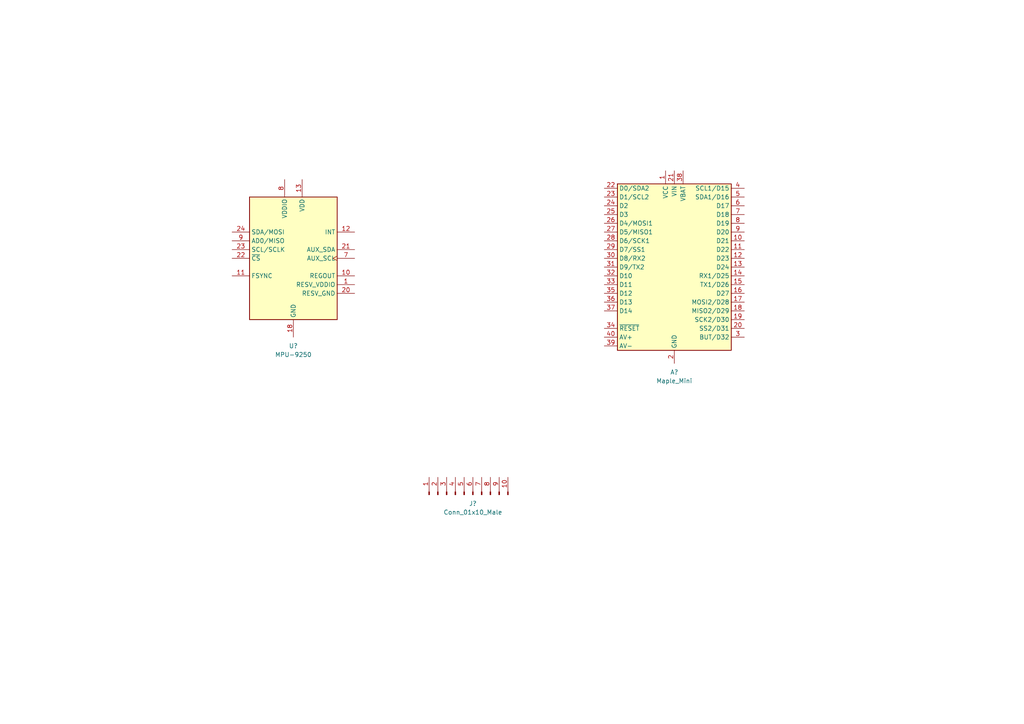
<source format=kicad_sch>
(kicad_sch (version 20201015) (generator eeschema)
  (page 1 1)
  (paper "A4")
  (lib_symbols
    (symbol "Connector:Conn_01x10_Male" (pin_names (offset 1.016) hide)
      (property "Reference" "J" (at 0 12.7 0))
      (property "Value" "Conn_01x10_Male" (at 0 -15.24 0))
      (symbol "Conn_01x10_Male_1_1"
        (rectangle (start 0.8636 -12.573) (end 0 -12.827) (stroke (width 0.1524)) (fill (type outline)))
        (rectangle (start 0.8636 -10.033) (end 0 -10.287) (stroke (width 0.1524)) (fill (type outline)))
        (rectangle (start 0.8636 -7.493) (end 0 -7.747) (stroke (width 0.1524)) (fill (type outline)))
        (rectangle (start 0.8636 -4.953) (end 0 -5.207) (stroke (width 0.1524)) (fill (type outline)))
        (rectangle (start 0.8636 -2.413) (end 0 -2.667) (stroke (width 0.1524)) (fill (type outline)))
        (rectangle (start 0.8636 0.127) (end 0 -0.127) (stroke (width 0.1524)) (fill (type outline)))
        (rectangle (start 0.8636 2.667) (end 0 2.413) (stroke (width 0.1524)) (fill (type outline)))
        (rectangle (start 0.8636 5.207) (end 0 4.953) (stroke (width 0.1524)) (fill (type outline)))
        (rectangle (start 0.8636 7.747) (end 0 7.493) (stroke (width 0.1524)) (fill (type outline)))
        (rectangle (start 0.8636 10.287) (end 0 10.033) (stroke (width 0.1524)) (fill (type outline)))
        (polyline (pts (xy 1.27 -12.7) (xy 0.8636 -12.7)) (stroke (width 0.1524)))
        (polyline (pts (xy 1.27 -10.16) (xy 0.8636 -10.16)) (stroke (width 0.1524)))
        (polyline (pts (xy 1.27 -7.62) (xy 0.8636 -7.62)) (stroke (width 0.1524)))
        (polyline (pts (xy 1.27 -5.08) (xy 0.8636 -5.08)) (stroke (width 0.1524)))
        (polyline (pts (xy 1.27 -2.54) (xy 0.8636 -2.54)) (stroke (width 0.1524)))
        (polyline (pts (xy 1.27 0) (xy 0.8636 0)) (stroke (width 0.1524)))
        (polyline (pts (xy 1.27 2.54) (xy 0.8636 2.54)) (stroke (width 0.1524)))
        (polyline (pts (xy 1.27 5.08) (xy 0.8636 5.08)) (stroke (width 0.1524)))
        (polyline (pts (xy 1.27 7.62) (xy 0.8636 7.62)) (stroke (width 0.1524)))
        (polyline (pts (xy 1.27 10.16) (xy 0.8636 10.16)) (stroke (width 0.1524)))
        (pin passive line (at 5.08 10.16 180) (length 3.81) (name "Pin_1") (number "1"))
        (pin passive line (at 5.08 -12.7 180) (length 3.81) (name "Pin_10") (number "10"))
        (pin passive line (at 5.08 7.62 180) (length 3.81) (name "Pin_2") (number "2"))
        (pin passive line (at 5.08 5.08 180) (length 3.81) (name "Pin_3") (number "3"))
        (pin passive line (at 5.08 2.54 180) (length 3.81) (name "Pin_4") (number "4"))
        (pin passive line (at 5.08 0 180) (length 3.81) (name "Pin_5") (number "5"))
        (pin passive line (at 5.08 -2.54 180) (length 3.81) (name "Pin_6") (number "6"))
        (pin passive line (at 5.08 -5.08 180) (length 3.81) (name "Pin_7") (number "7"))
        (pin passive line (at 5.08 -7.62 180) (length 3.81) (name "Pin_8") (number "8"))
        (pin passive line (at 5.08 -10.16 180) (length 3.81) (name "Pin_9") (number "9"))
      )
    )
    (symbol "MCU_Module:Maple_Mini"
      (property "Reference" "A" (at -16.51 25.4 0))
      (property "Value" "Maple_Mini" (at 16.51 25.4 0))
      (symbol "Maple_Mini_0_1"
        (rectangle (start -16.51 24.13) (end 16.51 -24.13) (stroke (width 0.254)) (fill (type background)))
      )
      (symbol "Maple_Mini_1_1"
        (pin power_in line (at -2.54 27.94 270) (length 3.81) (name "VCC") (number "1"))
        (pin bidirectional line (at 20.32 7.62 180) (length 3.81) (name "D21") (number "10"))
        (pin bidirectional line (at 20.32 5.08 180) (length 3.81) (name "D22") (number "11"))
        (pin bidirectional line (at 20.32 2.54 180) (length 3.81) (name "D23") (number "12"))
        (pin bidirectional line (at 20.32 0 180) (length 3.81) (name "D24") (number "13"))
        (pin bidirectional line (at 20.32 -2.54 180) (length 3.81) (name "RX1/D25") (number "14"))
        (pin bidirectional line (at 20.32 -5.08 180) (length 3.81) (name "TX1/D26") (number "15"))
        (pin bidirectional line (at 20.32 -7.62 180) (length 3.81) (name "D27") (number "16"))
        (pin bidirectional line (at 20.32 -10.16 180) (length 3.81) (name "MOSI2/D28") (number "17"))
        (pin bidirectional line (at 20.32 -12.7 180) (length 3.81) (name "MISO2/D29") (number "18"))
        (pin bidirectional line (at 20.32 -15.24 180) (length 3.81) (name "SCK2/D30") (number "19"))
        (pin power_in line (at 0 -27.94 90) (length 3.81) (name "GND") (number "2"))
        (pin bidirectional line (at 20.32 -17.78 180) (length 3.81) (name "SS2/D31") (number "20"))
        (pin power_in line (at 0 27.94 270) (length 3.81) (name "VIN") (number "21"))
        (pin bidirectional line (at -20.32 22.86 0) (length 3.81) (name "D0/SDA2") (number "22"))
        (pin bidirectional line (at -20.32 20.32 0) (length 3.81) (name "D1/SCL2") (number "23"))
        (pin bidirectional line (at -20.32 17.78 0) (length 3.81) (name "D2") (number "24"))
        (pin bidirectional line (at -20.32 15.24 0) (length 3.81) (name "D3") (number "25"))
        (pin bidirectional line (at -20.32 12.7 0) (length 3.81) (name "D4/MOSI1") (number "26"))
        (pin bidirectional line (at -20.32 10.16 0) (length 3.81) (name "D5/MISO1") (number "27"))
        (pin bidirectional line (at -20.32 7.62 0) (length 3.81) (name "D6/SCK1") (number "28"))
        (pin bidirectional line (at -20.32 5.08 0) (length 3.81) (name "D7/SS1") (number "29"))
        (pin bidirectional line (at 20.32 -20.32 180) (length 3.81) (name "BUT/D32") (number "3"))
        (pin bidirectional line (at -20.32 2.54 0) (length 3.81) (name "D8/RX2") (number "30"))
        (pin bidirectional line (at -20.32 0 0) (length 3.81) (name "D9/TX2") (number "31"))
        (pin bidirectional line (at -20.32 -2.54 0) (length 3.81) (name "D10") (number "32"))
        (pin bidirectional line (at -20.32 -5.08 0) (length 3.81) (name "D11") (number "33"))
        (pin input line (at -20.32 -17.78 0) (length 3.81) (name "~RESET") (number "34"))
        (pin bidirectional line (at -20.32 -7.62 0) (length 3.81) (name "D12") (number "35"))
        (pin bidirectional line (at -20.32 -10.16 0) (length 3.81) (name "D13") (number "36"))
        (pin bidirectional line (at -20.32 -12.7 0) (length 3.81) (name "D14") (number "37"))
        (pin power_in line (at 2.54 27.94 270) (length 3.81) (name "VBAT") (number "38"))
        (pin output line (at -20.32 -22.86 0) (length 3.81) (name "AV-") (number "39"))
        (pin bidirectional line (at 20.32 22.86 180) (length 3.81) (name "SCL1/D15") (number "4"))
        (pin output line (at -20.32 -20.32 0) (length 3.81) (name "AV+") (number "40"))
        (pin bidirectional line (at 20.32 20.32 180) (length 3.81) (name "SDA1/D16") (number "5"))
        (pin bidirectional line (at 20.32 17.78 180) (length 3.81) (name "D17") (number "6"))
        (pin bidirectional line (at 20.32 15.24 180) (length 3.81) (name "D18") (number "7"))
        (pin bidirectional line (at 20.32 12.7 180) (length 3.81) (name "D19") (number "8"))
        (pin bidirectional line (at 20.32 10.16 180) (length 3.81) (name "D20") (number "9"))
      )
    )
    (symbol "Sensor_Motion:MPU-9250"
      (property "Reference" "U" (at -11.43 19.05 0))
      (property "Value" "MPU-9250" (at 7.62 -19.05 0))
      (symbol "MPU-9250_0_1"
        (rectangle (start -12.7 17.78) (end 12.7 -17.78) (stroke (width 0.254)) (fill (type background)))
      )
      (symbol "MPU-9250_1_1"
        (pin input line (at 17.78 -7.62 180) (length 5.08) (name "RESV_VDDIO") (number "1"))
        (pin passive line (at 17.78 -5.08 180) (length 5.08) (name "REGOUT") (number "10"))
        (pin input line (at -17.78 -5.08 0) (length 5.08) (name "FSYNC") (number "11"))
        (pin output line (at 17.78 7.62 180) (length 5.08) (name "INT") (number "12"))
        (pin power_in line (at 2.54 22.86 270) (length 5.08) (name "VDD") (number "13"))
        (pin power_in line (at 0 -22.86 90) (length 5.08) (name "GND") (number "18"))
        (pin power_in line (at 17.78 -10.16 180) (length 5.08) (name "RESV_GND") (number "20"))
        (pin bidirectional line (at 17.78 2.54 180) (length 5.08) (name "AUX_SDA") (number "21"))
        (pin input line (at -17.78 0 0) (length 5.08) (name "~CS") (number "22"))
        (pin input line (at -17.78 2.54 0) (length 5.08) (name "SCL/SCLK") (number "23"))
        (pin bidirectional line (at -17.78 7.62 0) (length 5.08) (name "SDA/MOSI") (number "24"))
        (pin output clock (at 17.78 0 180) (length 5.08) (name "AUX_SCL") (number "7"))
        (pin power_in line (at -2.54 22.86 270) (length 5.08) (name "VDDIO") (number "8"))
        (pin bidirectional line (at -17.78 5.08 0) (length 5.08) (name "AD0/MISO") (number "9"))
      )
    )
  )
  (symbol (lib_id "Connector:Conn_01x10_Male") (at 134.62 143.51 90) (unit 1)
    (property "Reference" "J?" (at 137.16 146.05 90))
    (property "Value" "Conn_01x10_Male" (at 137.16 148.59 90))
  )
  (symbol (lib_id "Sensor_Motion:MPU-9250") (at 85.09 74.93 0) (unit 1)
    (property "Reference" "U?" (at 85.09 100.33 0))
    (property "Value" "MPU-9250" (at 85.09 102.87 0))
    (property "Footprint" "Sensor_Motion:InvenSense_QFN-24_3x3mm_P0.4mm" (effects hide))
    (property "Datasheet" "https://store.invensense.com/datasheets/invensense/MPU9250REV1.0.pdf" (effects hide))
  )
  (symbol (lib_id "MCU_Module:Maple_Mini") (at 195.58 77.47 0) (unit 1)
    (property "Reference" "A?" (at 195.58 107.95 0))
    (property "Value" "Maple_Mini" (at 195.58 110.49 0))
    (property "Footprint" "Module:Maple_Mini" (effects hide))
    (property "Datasheet" "http://docs.leaflabs.com/static.leaflabs.com/pub/leaflabs/maple-docs/0.0.12/hardware/maple-mini.html" (effects hide))
  )
)
</source>
